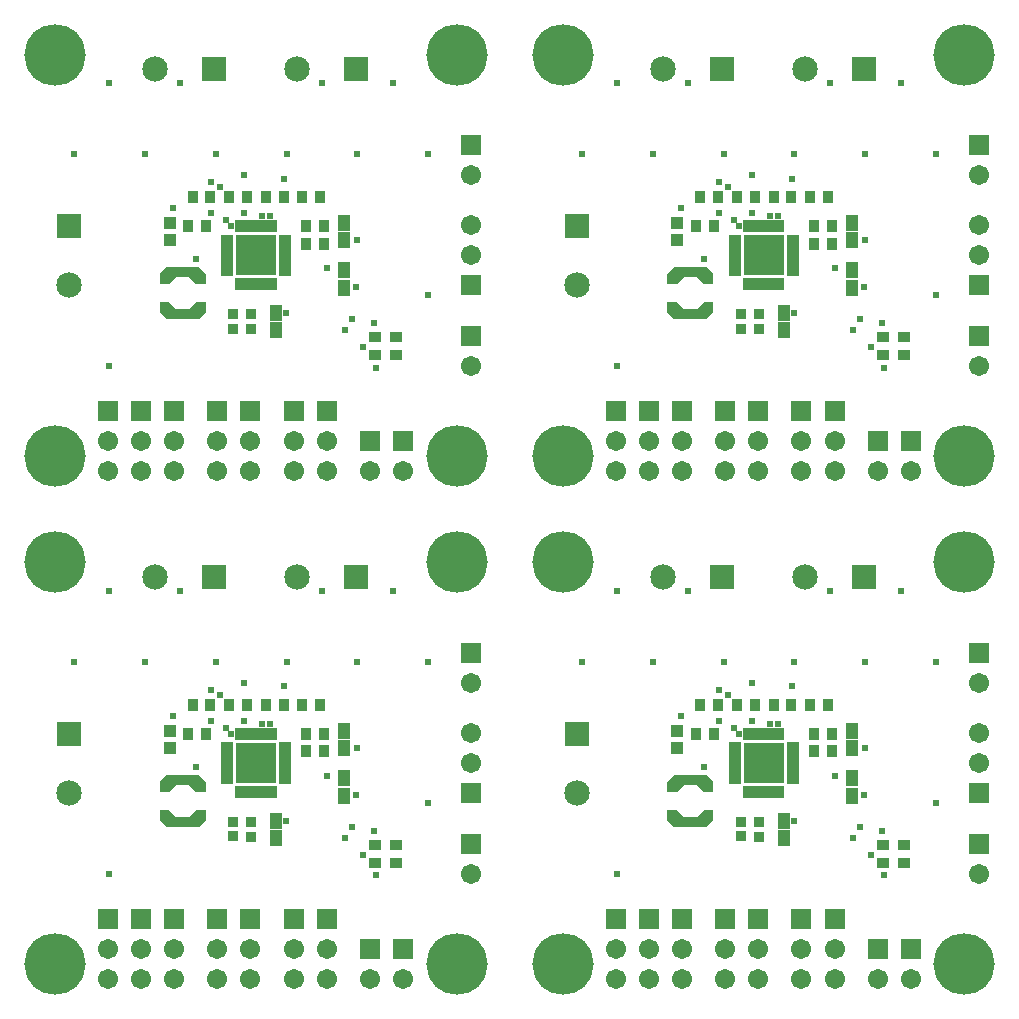
<source format=gts>
%MOIN*%
%OFA0B0*%
%FSLAX25Y25*%
%IPPOS*%
%LPD*%
%ADD14R,0.01981X0.04068*%
%ADD15R,0.04068X0.01981*%
%ADD16R,0.13202X0.13202*%
%ADD17R,0.03556X0.04343*%
%ADD18R,0.03379X0.03174*%
%ADD19R,0.03985X0.05241*%
%ADD20R,0.039609999999999992X0.04351*%
%ADD21R,0.03568X0.03563*%
%ADD22R,0.04343X0.03556*%
%ADD23C,0.04039*%
%ADD24C,0.06706*%
%ADD25R,0.06706X0.06706*%
%ADD26C,0.08477*%
%ADD27R,0.08477X0.08477*%
%ADD28R,0.08477X0.08477*%
%ADD29C,0.20485000000000003*%
%ADD30C,0.02375*%
%ADD31C,0.03556*%
%ADD42R,0.01981X0.04068*%
%ADD43R,0.04068X0.01981*%
%ADD44R,0.13202X0.13202*%
%ADD45R,0.03556X0.04343*%
%ADD46R,0.03379X0.03174*%
%ADD47R,0.03985X0.05241*%
%ADD48R,0.039609999999999992X0.04351*%
%ADD49R,0.03568X0.03563*%
%ADD50R,0.04343X0.03556*%
%ADD51C,0.04039*%
%ADD52C,0.06706*%
%ADD53R,0.06706X0.06706*%
%ADD54C,0.08477*%
%ADD55R,0.08477X0.08477*%
%ADD56R,0.08477X0.08477*%
%ADD57C,0.20485000000000003*%
%ADD58C,0.02375*%
%ADD59C,0.03556*%
%ADD60R,0.01981X0.04068*%
%ADD61R,0.04068X0.01981*%
%ADD62R,0.13202X0.13202*%
%ADD63R,0.03556X0.04343*%
%ADD64R,0.03379X0.03174*%
%ADD65R,0.03985X0.05241*%
%ADD66R,0.039609999999999992X0.04351*%
%ADD67R,0.03568X0.03563*%
%ADD68R,0.04343X0.03556*%
%ADD69C,0.04039*%
%ADD70C,0.06706*%
%ADD71R,0.06706X0.06706*%
%ADD72C,0.08477*%
%ADD73R,0.08477X0.08477*%
%ADD74R,0.08477X0.08477*%
%ADD75C,0.20485000000000003*%
%ADD76C,0.02375*%
%ADD77C,0.03556*%
%ADD78R,0.01981X0.04068*%
%ADD79R,0.04068X0.01981*%
%ADD80R,0.13202X0.13202*%
%ADD81R,0.03556X0.04343*%
%ADD82R,0.03379X0.03174*%
%ADD83R,0.03985X0.05241*%
%ADD84R,0.039609999999999992X0.04351*%
%ADD85R,0.03568X0.03563*%
%ADD86R,0.04343X0.03556*%
%ADD87C,0.04039*%
%ADD88C,0.06706*%
%ADD89R,0.06706X0.06706*%
%ADD90C,0.08477*%
%ADD91R,0.08477X0.08477*%
%ADD92R,0.08477X0.08477*%
%ADD93C,0.20485000000000003*%
%ADD94C,0.02375*%
%ADD95C,0.03556*%
G01*
G75*
G36*
X0061988Y0295905D02*
X0059823Y0293700D01*
X0048838Y0293700D01*
X0046673Y0295905D01*
X0046673Y0299409D01*
X0049724Y0299409D01*
X0052067Y0297125D01*
X0056594Y0297125D01*
X0058936Y0299409D01*
X0061988Y0299409D01*
X0061988Y0295905D01*
D02*
G37*
G36*
X0061988Y0308818D02*
X0061988Y0305315D01*
X0058936Y0305315D01*
X0056594Y0307598D01*
X0052067Y0307598D01*
X0049724Y0305315D01*
X0046673Y0305315D01*
X0046673Y0308818D01*
X0048838Y0311023D01*
X0059823Y0311023D01*
X0061988Y0308818D01*
D02*
G37*
D14*
X0072835Y0305275D02*
D03*
X0074803Y0305275D02*
D03*
X0076772Y0305275D02*
D03*
X0078740Y0305275D02*
D03*
X0080709Y0305275D02*
D03*
X0082677Y0305275D02*
D03*
X0084646Y0305275D02*
D03*
X0084646Y0324645D02*
D03*
X0082677Y0324645D02*
D03*
X0080709Y0324645D02*
D03*
X0078740Y0324645D02*
D03*
X0076772Y0324645D02*
D03*
X0074803Y0324645D02*
D03*
X0072835Y0324645D02*
D03*
D15*
X0088425Y0309055D02*
D03*
X0088425Y0311023D02*
D03*
X0088425Y0312992D02*
D03*
X0088425Y0314960D02*
D03*
X0088425Y0316929D02*
D03*
X0088425Y0318897D02*
D03*
X0088425Y0320865D02*
D03*
X0069055Y0320865D02*
D03*
X0069055Y0318897D02*
D03*
X0069055Y0316929D02*
D03*
X0069055Y0314960D02*
D03*
X0069055Y0312992D02*
D03*
X0069055Y0311023D02*
D03*
X0069055Y0309055D02*
D03*
D16*
X0078740Y0314960D02*
D03*
D17*
X0056299Y0324803D02*
D03*
X0062205Y0324803D02*
D03*
X0057677Y0334252D02*
D03*
X0063582Y0334252D02*
D03*
X0101377Y0324803D02*
D03*
X0095473Y0324803D02*
D03*
X0101377Y0318897D02*
D03*
X0095473Y0318897D02*
D03*
X0100197Y0334252D02*
D03*
X0094291Y0334252D02*
D03*
X0087992Y0334252D02*
D03*
X0082087Y0334252D02*
D03*
X0075787Y0334252D02*
D03*
X0069882Y0334252D02*
D03*
D18*
X0077165Y0290448D02*
D03*
X0077165Y0295378D02*
D03*
D19*
X0085433Y0289997D02*
D03*
X0085433Y0295828D02*
D03*
X0108268Y0310002D02*
D03*
X0108268Y0304171D02*
D03*
X0108268Y0325750D02*
D03*
X0108268Y0319919D02*
D03*
D20*
X0050000Y0320076D02*
D03*
X0050000Y0325592D02*
D03*
D21*
X0071260Y0295277D02*
D03*
X0071260Y0290549D02*
D03*
D22*
X0125394Y0287598D02*
D03*
X0125394Y0281692D02*
D03*
X0118504Y0287598D02*
D03*
X0118504Y0281692D02*
D03*
D23*
X0058956Y0296019D02*
D03*
X0058956Y0308704D02*
D03*
D24*
X0116929Y0243149D02*
D03*
X0127953Y0243149D02*
D03*
X0102362Y0243149D02*
D03*
X0102362Y0253148D02*
D03*
X0091337Y0243149D02*
D03*
X0091337Y0253148D02*
D03*
X0076772Y0243149D02*
D03*
X0076772Y0253148D02*
D03*
X0065748Y0243149D02*
D03*
X0065748Y0253148D02*
D03*
X0051575Y0243149D02*
D03*
X0051575Y0253148D02*
D03*
X0040551Y0243149D02*
D03*
X0040551Y0253148D02*
D03*
X0029528Y0243149D02*
D03*
X0029528Y0253148D02*
D03*
X0150393Y0324960D02*
D03*
X0150393Y0314960D02*
D03*
X0150393Y0278189D02*
D03*
X0150393Y0341574D02*
D03*
D25*
X0116929Y0253148D02*
D03*
X0127953Y0253148D02*
D03*
X0102362Y0263149D02*
D03*
X0091337Y0263149D02*
D03*
X0076772Y0263149D02*
D03*
X0065748Y0263149D02*
D03*
X0051575Y0263149D02*
D03*
X0040551Y0263149D02*
D03*
X0029528Y0263149D02*
D03*
X0150393Y0304959D02*
D03*
X0150393Y0288188D02*
D03*
X0150393Y0351574D02*
D03*
D26*
X0016535Y0305119D02*
D03*
X0092521Y0377165D02*
D03*
X0045276Y0377165D02*
D03*
D27*
X0016535Y0324804D02*
D03*
D28*
X0112206Y0377165D02*
D03*
X0064961Y0377165D02*
D03*
D29*
X0011811Y0248030D02*
D03*
X0145669Y0381889D02*
D03*
X0011811Y0381889D02*
D03*
X0145669Y0248030D02*
D03*
D30*
X0136221Y0348818D02*
D03*
X0136221Y0301574D02*
D03*
X0124408Y0372441D02*
D03*
X0112599Y0348818D02*
D03*
X0100787Y0372441D02*
D03*
X0088976Y0348818D02*
D03*
X0065354Y0348818D02*
D03*
X0053542Y0372441D02*
D03*
X0041732Y0348818D02*
D03*
X0029920Y0372441D02*
D03*
X0018110Y0348818D02*
D03*
X0029920Y0277952D02*
D03*
X0068701Y0326755D02*
D03*
X0070472Y0324803D02*
D03*
X0083465Y0327952D02*
D03*
X0080709Y0327952D02*
D03*
X0074803Y0329133D02*
D03*
X0063975Y0328936D02*
D03*
X0058858Y0313778D02*
D03*
X0088779Y0295669D02*
D03*
X0118700Y0277559D02*
D03*
X0110827Y0293700D02*
D03*
X0108464Y0290157D02*
D03*
X0114370Y0284448D02*
D03*
X0118307Y0292322D02*
D03*
X0088189Y0340551D02*
D03*
X0063778Y0339370D02*
D03*
X0051181Y0330708D02*
D03*
X0102362Y0310630D02*
D03*
X0112205Y0304330D02*
D03*
X0074803Y0341732D02*
D03*
X0112598Y0320077D02*
D03*
X0066929Y0337795D02*
D03*
D31*
X0074409Y0310630D02*
D03*
X0074409Y0319291D02*
D03*
X0078740Y0314960D02*
D03*
X0083071Y0310630D02*
D03*
X0083071Y0319291D02*
D03*
G04 next file*
G04*
G04 #@! TF.GenerationSoftware,Altium Limited,Altium Designer,21.7.2 (23)*
G04*
G04 Layer_Color=8388736*
G04 skipping 70
G04*
G04 #@! TF.SameCoordinates,4C6A6D40-5D94-4475-8A21-F7F3A9D7BEC8*
G04*
G04*
G04 #@! TF.FilePolarity,Negative*
G04*
G01*
G75*
G36*
X0231279Y0295905D02*
X0229114Y0293700D01*
X0218129Y0293700D01*
X0215964Y0295905D01*
X0215964Y0299409D01*
X0219015Y0299409D01*
X0221358Y0297125D01*
X0225886Y0297125D01*
X0228228Y0299409D01*
X0231279Y0299409D01*
X0231279Y0295905D01*
D02*
G37*
G36*
X0231279Y0308818D02*
X0231279Y0305315D01*
X0228228Y0305315D01*
X0225886Y0307598D01*
X0221358Y0307598D01*
X0219015Y0305315D01*
X0215964Y0305315D01*
X0215964Y0308818D01*
X0218129Y0311023D01*
X0229114Y0311023D01*
X0231279Y0308818D01*
D02*
G37*
D42*
X0242126Y0305275D02*
D03*
X0244094Y0305275D02*
D03*
X0246063Y0305275D02*
D03*
X0248030Y0305275D02*
D03*
X0250000Y0305275D02*
D03*
X0251968Y0305275D02*
D03*
X0253937Y0305275D02*
D03*
X0253937Y0324645D02*
D03*
X0251968Y0324645D02*
D03*
X0250000Y0324645D02*
D03*
X0248030Y0324645D02*
D03*
X0246063Y0324645D02*
D03*
X0244094Y0324645D02*
D03*
X0242126Y0324645D02*
D03*
D43*
X0257716Y0309055D02*
D03*
X0257716Y0311023D02*
D03*
X0257716Y0312992D02*
D03*
X0257716Y0314960D02*
D03*
X0257716Y0316929D02*
D03*
X0257716Y0318897D02*
D03*
X0257716Y0320865D02*
D03*
X0238346Y0320865D02*
D03*
X0238346Y0318897D02*
D03*
X0238346Y0316929D02*
D03*
X0238346Y0314960D02*
D03*
X0238346Y0312992D02*
D03*
X0238346Y0311023D02*
D03*
X0238346Y0309055D02*
D03*
D44*
X0248030Y0314960D02*
D03*
D45*
X0225590Y0324803D02*
D03*
X0231496Y0324803D02*
D03*
X0226968Y0334252D02*
D03*
X0232873Y0334252D02*
D03*
X0270669Y0324803D02*
D03*
X0264764Y0324803D02*
D03*
X0270669Y0318897D02*
D03*
X0264764Y0318897D02*
D03*
X0269488Y0334252D02*
D03*
X0263582Y0334252D02*
D03*
X0257282Y0334252D02*
D03*
X0251378Y0334252D02*
D03*
X0245078Y0334252D02*
D03*
X0239173Y0334252D02*
D03*
D46*
X0246456Y0290448D02*
D03*
X0246456Y0295378D02*
D03*
D47*
X0254724Y0289997D02*
D03*
X0254724Y0295828D02*
D03*
X0277559Y0310002D02*
D03*
X0277559Y0304171D02*
D03*
X0277559Y0325750D02*
D03*
X0277559Y0319919D02*
D03*
D48*
X0219291Y0320076D02*
D03*
X0219291Y0325592D02*
D03*
D49*
X0240551Y0295277D02*
D03*
X0240551Y0290549D02*
D03*
D50*
X0294685Y0287598D02*
D03*
X0294685Y0281692D02*
D03*
X0287795Y0287598D02*
D03*
X0287795Y0281692D02*
D03*
D51*
X0228247Y0296019D02*
D03*
X0228247Y0308704D02*
D03*
D52*
X0286220Y0243149D02*
D03*
X0297244Y0243149D02*
D03*
X0271652Y0243149D02*
D03*
X0271652Y0253148D02*
D03*
X0260630Y0243149D02*
D03*
X0260630Y0253148D02*
D03*
X0246063Y0243149D02*
D03*
X0246063Y0253148D02*
D03*
X0235039Y0243149D02*
D03*
X0235039Y0253148D02*
D03*
X0220866Y0243149D02*
D03*
X0220866Y0253148D02*
D03*
X0209842Y0243149D02*
D03*
X0209842Y0253148D02*
D03*
X0198818Y0243149D02*
D03*
X0198818Y0253148D02*
D03*
X0319685Y0324960D02*
D03*
X0319685Y0314960D02*
D03*
X0319685Y0278189D02*
D03*
X0319685Y0341574D02*
D03*
D53*
X0286220Y0253148D02*
D03*
X0297244Y0253148D02*
D03*
X0271652Y0263149D02*
D03*
X0260630Y0263149D02*
D03*
X0246063Y0263149D02*
D03*
X0235039Y0263149D02*
D03*
X0220866Y0263149D02*
D03*
X0209842Y0263149D02*
D03*
X0198818Y0263149D02*
D03*
X0319685Y0304959D02*
D03*
X0319685Y0288188D02*
D03*
X0319685Y0351574D02*
D03*
D54*
X0185826Y0305119D02*
D03*
X0261811Y0377165D02*
D03*
X0214567Y0377165D02*
D03*
D55*
X0185826Y0324804D02*
D03*
D56*
X0281497Y0377165D02*
D03*
X0234252Y0377165D02*
D03*
D57*
X0181102Y0248030D02*
D03*
X0314960Y0381889D02*
D03*
X0181102Y0381889D02*
D03*
X0314960Y0248030D02*
D03*
D58*
X0305512Y0348818D02*
D03*
X0305512Y0301574D02*
D03*
X0293700Y0372441D02*
D03*
X0281890Y0348818D02*
D03*
X0270078Y0372441D02*
D03*
X0258266Y0348818D02*
D03*
X0234645Y0348818D02*
D03*
X0222834Y0372441D02*
D03*
X0211023Y0348818D02*
D03*
X0199212Y0372441D02*
D03*
X0187401Y0348818D02*
D03*
X0199212Y0277952D02*
D03*
X0237991Y0326755D02*
D03*
X0239763Y0324803D02*
D03*
X0252755Y0327952D02*
D03*
X0250000Y0327952D02*
D03*
X0244094Y0329133D02*
D03*
X0233266Y0328936D02*
D03*
X0228148Y0313778D02*
D03*
X0258070Y0295669D02*
D03*
X0287992Y0277559D02*
D03*
X0280118Y0293700D02*
D03*
X0277756Y0290157D02*
D03*
X0283661Y0284448D02*
D03*
X0287598Y0292322D02*
D03*
X0257479Y0340551D02*
D03*
X0233070Y0339370D02*
D03*
X0220472Y0330708D02*
D03*
X0271652Y0310630D02*
D03*
X0281496Y0304330D02*
D03*
X0244094Y0341732D02*
D03*
X0281889Y0320077D02*
D03*
X0236220Y0337795D02*
D03*
D59*
X0243701Y0310630D02*
D03*
X0243701Y0319291D02*
D03*
X0248030Y0314960D02*
D03*
X0252362Y0310630D02*
D03*
X0252362Y0319291D02*
D03*
G04 next file*
G04*
G04 #@! TF.GenerationSoftware,Altium Limited,Altium Designer,21.7.2 (23)*
G04*
G04 Layer_Color=8388736*
G04 skipping 70
G04*
G04 #@! TF.SameCoordinates,4C6A6D40-5D94-4475-8A21-F7F3A9D7BEC8*
G04*
G04*
G04 #@! TF.FilePolarity,Negative*
G04*
G01*
G75*
G36*
X0061988Y0126614D02*
X0059823Y0124408D01*
X0048838Y0124408D01*
X0046673Y0126614D01*
X0046673Y0130118D01*
X0049724Y0130118D01*
X0052067Y0127834D01*
X0056594Y0127834D01*
X0058936Y0130118D01*
X0061988Y0130118D01*
X0061988Y0126614D01*
D02*
G37*
G36*
X0061988Y0139527D02*
X0061988Y0136024D01*
X0058936Y0136024D01*
X0056594Y0138307D01*
X0052067Y0138307D01*
X0049724Y0136024D01*
X0046673Y0136024D01*
X0046673Y0139527D01*
X0048838Y0141732D01*
X0059823Y0141732D01*
X0061988Y0139527D01*
D02*
G37*
D60*
X0072835Y0135984D02*
D03*
X0074803Y0135984D02*
D03*
X0076772Y0135984D02*
D03*
X0078740Y0135984D02*
D03*
X0080709Y0135984D02*
D03*
X0082677Y0135984D02*
D03*
X0084646Y0135984D02*
D03*
X0084646Y0155353D02*
D03*
X0082677Y0155353D02*
D03*
X0080709Y0155353D02*
D03*
X0078740Y0155353D02*
D03*
X0076772Y0155353D02*
D03*
X0074803Y0155353D02*
D03*
X0072835Y0155353D02*
D03*
D61*
X0088425Y0139764D02*
D03*
X0088425Y0141732D02*
D03*
X0088425Y0143701D02*
D03*
X0088425Y0145669D02*
D03*
X0088425Y0147638D02*
D03*
X0088425Y0149606D02*
D03*
X0088425Y0151575D02*
D03*
X0069055Y0151575D02*
D03*
X0069055Y0149606D02*
D03*
X0069055Y0147638D02*
D03*
X0069055Y0145669D02*
D03*
X0069055Y0143701D02*
D03*
X0069055Y0141732D02*
D03*
X0069055Y0139764D02*
D03*
D62*
X0078740Y0145669D02*
D03*
D63*
X0056299Y0155512D02*
D03*
X0062205Y0155512D02*
D03*
X0057677Y0164961D02*
D03*
X0063582Y0164961D02*
D03*
X0101377Y0155512D02*
D03*
X0095473Y0155512D02*
D03*
X0101377Y0149606D02*
D03*
X0095473Y0149606D02*
D03*
X0100197Y0164961D02*
D03*
X0094291Y0164961D02*
D03*
X0087992Y0164961D02*
D03*
X0082087Y0164961D02*
D03*
X0075787Y0164961D02*
D03*
X0069882Y0164961D02*
D03*
D64*
X0077165Y0121157D02*
D03*
X0077165Y0126087D02*
D03*
D65*
X0085433Y0120706D02*
D03*
X0085433Y0126536D02*
D03*
X0108268Y0140711D02*
D03*
X0108268Y0134879D02*
D03*
X0108268Y0156459D02*
D03*
X0108268Y0150628D02*
D03*
D66*
X0050000Y0150785D02*
D03*
X0050000Y0156301D02*
D03*
D67*
X0071260Y0125985D02*
D03*
X0071260Y0121258D02*
D03*
D68*
X0125394Y0118307D02*
D03*
X0125394Y0112401D02*
D03*
X0118504Y0118307D02*
D03*
X0118504Y0112401D02*
D03*
D69*
X0058956Y0126728D02*
D03*
X0058956Y0139413D02*
D03*
D70*
X0116929Y0073858D02*
D03*
X0127953Y0073858D02*
D03*
X0102362Y0073858D02*
D03*
X0102362Y0083858D02*
D03*
X0091337Y0073858D02*
D03*
X0091337Y0083858D02*
D03*
X0076772Y0073858D02*
D03*
X0076772Y0083858D02*
D03*
X0065748Y0073858D02*
D03*
X0065748Y0083858D02*
D03*
X0051575Y0073858D02*
D03*
X0051575Y0083858D02*
D03*
X0040551Y0073858D02*
D03*
X0040551Y0083858D02*
D03*
X0029528Y0073858D02*
D03*
X0029528Y0083858D02*
D03*
X0150393Y0155669D02*
D03*
X0150393Y0145669D02*
D03*
X0150393Y0108898D02*
D03*
X0150393Y0172283D02*
D03*
D71*
X0116929Y0083858D02*
D03*
X0127953Y0083858D02*
D03*
X0102362Y0093858D02*
D03*
X0091337Y0093858D02*
D03*
X0076772Y0093858D02*
D03*
X0065748Y0093858D02*
D03*
X0051575Y0093858D02*
D03*
X0040551Y0093858D02*
D03*
X0029528Y0093858D02*
D03*
X0150393Y0135669D02*
D03*
X0150393Y0118897D02*
D03*
X0150393Y0182283D02*
D03*
D72*
X0016535Y0135828D02*
D03*
X0092521Y0207873D02*
D03*
X0045276Y0207873D02*
D03*
D73*
X0016535Y0155513D02*
D03*
D74*
X0112206Y0207873D02*
D03*
X0064961Y0207873D02*
D03*
D75*
X0011811Y0078740D02*
D03*
X0145669Y0212598D02*
D03*
X0011811Y0212598D02*
D03*
X0145669Y0078740D02*
D03*
D76*
X0136221Y0179528D02*
D03*
X0136221Y0132282D02*
D03*
X0124408Y0203150D02*
D03*
X0112599Y0179528D02*
D03*
X0100787Y0203150D02*
D03*
X0088976Y0179528D02*
D03*
X0065354Y0179528D02*
D03*
X0053542Y0203150D02*
D03*
X0041732Y0179528D02*
D03*
X0029920Y0203150D02*
D03*
X0018110Y0179528D02*
D03*
X0029920Y0108661D02*
D03*
X0068701Y0157464D02*
D03*
X0070472Y0155512D02*
D03*
X0083465Y0158661D02*
D03*
X0080709Y0158661D02*
D03*
X0074803Y0159841D02*
D03*
X0063975Y0159644D02*
D03*
X0058858Y0144488D02*
D03*
X0088779Y0126377D02*
D03*
X0118700Y0108268D02*
D03*
X0110827Y0124408D02*
D03*
X0108464Y0120866D02*
D03*
X0114370Y0115157D02*
D03*
X0118307Y0123031D02*
D03*
X0088189Y0171260D02*
D03*
X0063778Y0170079D02*
D03*
X0051181Y0161417D02*
D03*
X0102362Y0141339D02*
D03*
X0112205Y0135039D02*
D03*
X0074803Y0172441D02*
D03*
X0112598Y0150787D02*
D03*
X0066929Y0168504D02*
D03*
D77*
X0074409Y0141339D02*
D03*
X0074409Y0149999D02*
D03*
X0078740Y0145669D02*
D03*
X0083071Y0141339D02*
D03*
X0083071Y0149999D02*
D03*
G04 next file*
G04*
G04 #@! TF.GenerationSoftware,Altium Limited,Altium Designer,21.7.2 (23)*
G04*
G04 Layer_Color=8388736*
G04 skipping 70
G04*
G04 #@! TF.SameCoordinates,4C6A6D40-5D94-4475-8A21-F7F3A9D7BEC8*
G04*
G04*
G04 #@! TF.FilePolarity,Negative*
G04*
G01*
G75*
G36*
X0231279Y0126614D02*
X0229114Y0124408D01*
X0218129Y0124408D01*
X0215964Y0126614D01*
X0215964Y0130118D01*
X0219015Y0130118D01*
X0221358Y0127834D01*
X0225886Y0127834D01*
X0228228Y0130118D01*
X0231279Y0130118D01*
X0231279Y0126614D01*
D02*
G37*
G36*
X0231279Y0139527D02*
X0231279Y0136024D01*
X0228228Y0136024D01*
X0225886Y0138307D01*
X0221358Y0138307D01*
X0219015Y0136024D01*
X0215964Y0136024D01*
X0215964Y0139527D01*
X0218129Y0141732D01*
X0229114Y0141732D01*
X0231279Y0139527D01*
D02*
G37*
D78*
X0242126Y0135984D02*
D03*
X0244094Y0135984D02*
D03*
X0246063Y0135984D02*
D03*
X0248030Y0135984D02*
D03*
X0250000Y0135984D02*
D03*
X0251968Y0135984D02*
D03*
X0253937Y0135984D02*
D03*
X0253937Y0155353D02*
D03*
X0251968Y0155353D02*
D03*
X0250000Y0155353D02*
D03*
X0248030Y0155353D02*
D03*
X0246063Y0155353D02*
D03*
X0244094Y0155353D02*
D03*
X0242126Y0155353D02*
D03*
D79*
X0257716Y0139764D02*
D03*
X0257716Y0141732D02*
D03*
X0257716Y0143701D02*
D03*
X0257716Y0145669D02*
D03*
X0257716Y0147638D02*
D03*
X0257716Y0149606D02*
D03*
X0257716Y0151575D02*
D03*
X0238346Y0151575D02*
D03*
X0238346Y0149606D02*
D03*
X0238346Y0147638D02*
D03*
X0238346Y0145669D02*
D03*
X0238346Y0143701D02*
D03*
X0238346Y0141732D02*
D03*
X0238346Y0139764D02*
D03*
D80*
X0248030Y0145669D02*
D03*
D81*
X0225590Y0155512D02*
D03*
X0231496Y0155512D02*
D03*
X0226968Y0164961D02*
D03*
X0232873Y0164961D02*
D03*
X0270669Y0155512D02*
D03*
X0264764Y0155512D02*
D03*
X0270669Y0149606D02*
D03*
X0264764Y0149606D02*
D03*
X0269488Y0164961D02*
D03*
X0263582Y0164961D02*
D03*
X0257282Y0164961D02*
D03*
X0251378Y0164961D02*
D03*
X0245078Y0164961D02*
D03*
X0239173Y0164961D02*
D03*
D82*
X0246456Y0121157D02*
D03*
X0246456Y0126087D02*
D03*
D83*
X0254724Y0120706D02*
D03*
X0254724Y0126536D02*
D03*
X0277559Y0140711D02*
D03*
X0277559Y0134879D02*
D03*
X0277559Y0156459D02*
D03*
X0277559Y0150628D02*
D03*
D84*
X0219291Y0150785D02*
D03*
X0219291Y0156301D02*
D03*
D85*
X0240551Y0125985D02*
D03*
X0240551Y0121258D02*
D03*
D86*
X0294685Y0118307D02*
D03*
X0294685Y0112401D02*
D03*
X0287795Y0118307D02*
D03*
X0287795Y0112401D02*
D03*
D87*
X0228247Y0126728D02*
D03*
X0228247Y0139413D02*
D03*
D88*
X0286220Y0073858D02*
D03*
X0297244Y0073858D02*
D03*
X0271652Y0073858D02*
D03*
X0271652Y0083858D02*
D03*
X0260630Y0073858D02*
D03*
X0260630Y0083858D02*
D03*
X0246063Y0073858D02*
D03*
X0246063Y0083858D02*
D03*
X0235039Y0073858D02*
D03*
X0235039Y0083858D02*
D03*
X0220866Y0073858D02*
D03*
X0220866Y0083858D02*
D03*
X0209842Y0073858D02*
D03*
X0209842Y0083858D02*
D03*
X0198818Y0073858D02*
D03*
X0198818Y0083858D02*
D03*
X0319685Y0155669D02*
D03*
X0319685Y0145669D02*
D03*
X0319685Y0108898D02*
D03*
X0319685Y0172283D02*
D03*
D89*
X0286220Y0083858D02*
D03*
X0297244Y0083858D02*
D03*
X0271652Y0093858D02*
D03*
X0260630Y0093858D02*
D03*
X0246063Y0093858D02*
D03*
X0235039Y0093858D02*
D03*
X0220866Y0093858D02*
D03*
X0209842Y0093858D02*
D03*
X0198818Y0093858D02*
D03*
X0319685Y0135669D02*
D03*
X0319685Y0118897D02*
D03*
X0319685Y0182283D02*
D03*
D90*
X0185826Y0135828D02*
D03*
X0261811Y0207873D02*
D03*
X0214567Y0207873D02*
D03*
D91*
X0185826Y0155513D02*
D03*
D92*
X0281497Y0207873D02*
D03*
X0234252Y0207873D02*
D03*
D93*
X0181102Y0078740D02*
D03*
X0314960Y0212598D02*
D03*
X0181102Y0212598D02*
D03*
X0314960Y0078740D02*
D03*
D94*
X0305512Y0179528D02*
D03*
X0305512Y0132282D02*
D03*
X0293700Y0203150D02*
D03*
X0281890Y0179528D02*
D03*
X0270078Y0203150D02*
D03*
X0258266Y0179528D02*
D03*
X0234645Y0179528D02*
D03*
X0222834Y0203150D02*
D03*
X0211023Y0179528D02*
D03*
X0199212Y0203150D02*
D03*
X0187401Y0179528D02*
D03*
X0199212Y0108661D02*
D03*
X0237991Y0157464D02*
D03*
X0239763Y0155512D02*
D03*
X0252755Y0158661D02*
D03*
X0250000Y0158661D02*
D03*
X0244094Y0159841D02*
D03*
X0233266Y0159644D02*
D03*
X0228148Y0144488D02*
D03*
X0258070Y0126377D02*
D03*
X0287992Y0108268D02*
D03*
X0280118Y0124408D02*
D03*
X0277756Y0120866D02*
D03*
X0283661Y0115157D02*
D03*
X0287598Y0123031D02*
D03*
X0257479Y0171260D02*
D03*
X0233070Y0170079D02*
D03*
X0220472Y0161417D02*
D03*
X0271652Y0141339D02*
D03*
X0281496Y0135039D02*
D03*
X0244094Y0172441D02*
D03*
X0281889Y0150787D02*
D03*
X0236220Y0168504D02*
D03*
D95*
X0243701Y0141339D02*
D03*
X0243701Y0149999D02*
D03*
X0248030Y0145669D02*
D03*
X0252362Y0141339D02*
D03*
X0252362Y0149999D02*
D03*
M02*
</source>
